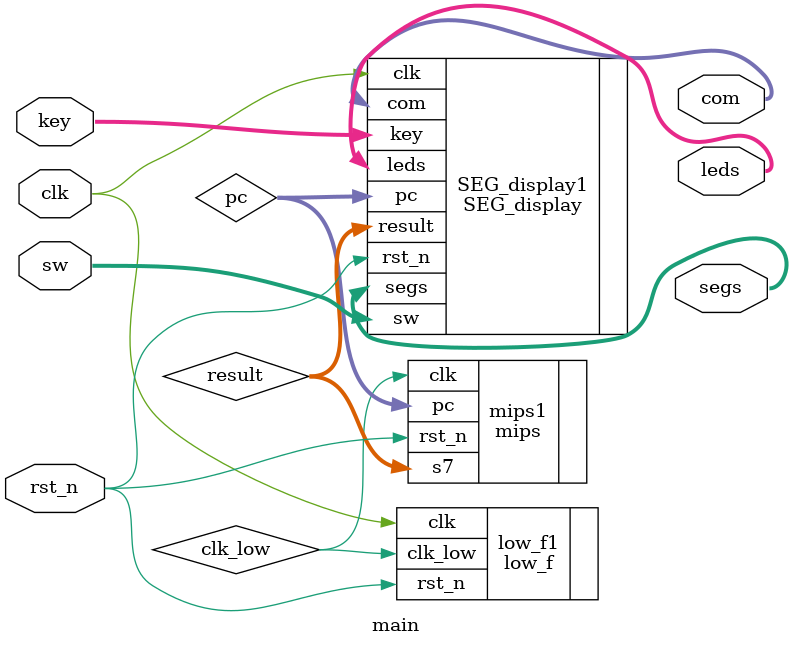
<source format=v>
`timescale 1ns/1ns
module main(
    input clk, rst_n,
    input [1:0]	sw, key,
    output [1:0] com,
	output [7:0] segs,
	output [3:0] leds
);
    wire [31:0] pc, result;
    wire clk_low;

    low_f #(10) low_f1(
        .clk(clk),
        .rst_n(rst_n),
        .clk_low(clk_low)
    );

    mips mips1(
        .clk(clk_low),
        .rst_n(rst_n),
        .pc(pc),
        .s7(result)
    );

    SEG_display SEG_display1(
        .clk(clk),
        .rst_n(rst_n),
        .sw(sw),
        .key(key),
        .result(result),
        .pc(pc),
        .com(com),
        .segs(segs),
        .leds(leds)
    );
endmodule
</source>
